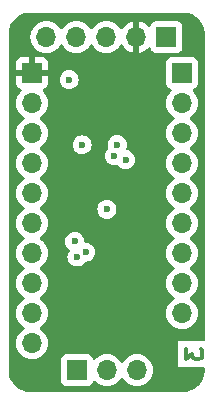
<source format=gbr>
%TF.GenerationSoftware,KiCad,Pcbnew,8.0.6*%
%TF.CreationDate,2024-12-27T21:34:25-08:00*%
%TF.ProjectId,PIC32Flex,50494333-3246-46c6-9578-2e6b69636164,rev?*%
%TF.SameCoordinates,Original*%
%TF.FileFunction,Copper,L3,Inr*%
%TF.FilePolarity,Positive*%
%FSLAX46Y46*%
G04 Gerber Fmt 4.6, Leading zero omitted, Abs format (unit mm)*
G04 Created by KiCad (PCBNEW 8.0.6) date 2024-12-27 21:34:25*
%MOMM*%
%LPD*%
G01*
G04 APERTURE LIST*
%ADD10C,0.300000*%
%TA.AperFunction,NonConductor*%
%ADD11C,0.300000*%
%TD*%
%TA.AperFunction,ComponentPad*%
%ADD12R,1.700000X1.700000*%
%TD*%
%TA.AperFunction,ComponentPad*%
%ADD13O,1.700000X1.700000*%
%TD*%
%TA.AperFunction,ViaPad*%
%ADD14C,0.600000*%
%TD*%
G04 APERTURE END LIST*
D10*
D11*
X113053066Y-98371768D02*
X113053066Y-99238434D01*
X113053066Y-99238434D02*
X113586400Y-98771768D01*
X113586400Y-98771768D02*
X113586400Y-98971768D01*
X113586400Y-98971768D02*
X113653066Y-99105101D01*
X113653066Y-99105101D02*
X113719733Y-99171768D01*
X113719733Y-99171768D02*
X113853066Y-99238434D01*
X113853066Y-99238434D02*
X114186400Y-99238434D01*
X114186400Y-99238434D02*
X114319733Y-99171768D01*
X114319733Y-99171768D02*
X114386400Y-99105101D01*
X114386400Y-99105101D02*
X114453066Y-98971768D01*
X114453066Y-98971768D02*
X114453066Y-98571768D01*
X114453066Y-98571768D02*
X114386400Y-98438434D01*
X114386400Y-98438434D02*
X114319733Y-98371768D01*
D12*
%TO.N,/MCLR*%
%TO.C,J2*%
X111410000Y-71950000D03*
D13*
%TO.N,+3.3V*%
X108870000Y-71950000D03*
%TO.N,GND*%
X106330000Y-71950000D03*
%TO.N,/PGData*%
X103790000Y-71950000D03*
%TO.N,/PGClk*%
X101250000Y-71950000D03*
%TD*%
%TO.N,/RB8*%
%TO.C,J4*%
X100040000Y-97880000D03*
%TO.N,/RB5*%
X100040000Y-95340000D03*
%TO.N,/RA4*%
X100040000Y-92800000D03*
%TO.N,/RB4*%
X100040000Y-90260000D03*
%TO.N,/RA3*%
X100040000Y-87720000D03*
%TO.N,/RA2*%
X100040000Y-85180000D03*
%TO.N,/AN5{slash}RB3*%
X100040000Y-82640000D03*
%TO.N,/AN4{slash}RB2*%
X100040000Y-80100000D03*
%TO.N,GND*%
X100040000Y-77560000D03*
D12*
%TO.N,+3.3V*%
X100040000Y-75020000D03*
%TD*%
%TO.N,/AN1{slash}RA1*%
%TO.C,J3*%
X112740000Y-75020000D03*
D13*
%TO.N,/AN0{slash}RA0*%
X112740000Y-77560000D03*
%TO.N,/AN9{slash}RB15*%
X112740000Y-80100000D03*
%TO.N,/AN10{slash}RB14*%
X112740000Y-82640000D03*
%TO.N,/AN11{slash}RB13*%
X112740000Y-85180000D03*
%TO.N,/AN12{slash}RB12*%
X112740000Y-87720000D03*
%TO.N,/RB11*%
X112740000Y-90260000D03*
%TO.N,/RB10*%
X112740000Y-92800000D03*
%TO.N,/RB9*%
X112740000Y-95340000D03*
%TD*%
D12*
%TO.N,/TXD*%
%TO.C,J1*%
X103837600Y-100170800D03*
D13*
%TO.N,/RXD*%
X106377600Y-100170800D03*
%TO.N,GND*%
X108917600Y-100170800D03*
%TD*%
D14*
%TO.N,+3.3V*%
X102020000Y-89971471D03*
X104020000Y-78840000D03*
X110560000Y-82330000D03*
X107020000Y-78870000D03*
%TO.N,GND*%
X107255735Y-81065735D03*
X104280000Y-81090000D03*
X103170000Y-75570000D03*
X106373203Y-86545485D03*
%TO.N,/TXD*%
X103837600Y-90580000D03*
%TO.N,/RXD*%
X104560000Y-90180000D03*
%TO.N,/RB5*%
X103650000Y-89270000D03*
%TO.N,/AN0{slash}RA0*%
X107950000Y-82350000D03*
%TO.N,/AN1{slash}RA1*%
X106980000Y-82010000D03*
%TD*%
%TA.AperFunction,Conductor*%
%TO.N,+3.3V*%
G36*
X112853843Y-69898365D02*
G01*
X113076590Y-69912964D01*
X113092648Y-69915079D01*
X113278675Y-69952082D01*
X113307571Y-69957830D01*
X113323238Y-69962028D01*
X113476369Y-70014009D01*
X113530744Y-70032467D01*
X113545721Y-70038670D01*
X113736591Y-70132796D01*
X113742260Y-70135592D01*
X113756308Y-70143702D01*
X113938512Y-70265448D01*
X113951373Y-70275316D01*
X114056295Y-70367330D01*
X114116128Y-70419802D01*
X114127597Y-70431271D01*
X114237960Y-70557117D01*
X114272080Y-70596023D01*
X114281954Y-70608891D01*
X114403697Y-70791092D01*
X114411807Y-70805139D01*
X114508726Y-71001671D01*
X114514933Y-71016657D01*
X114585371Y-71224161D01*
X114589569Y-71239828D01*
X114632318Y-71454740D01*
X114634436Y-71470821D01*
X114649035Y-71693556D01*
X114649300Y-71701666D01*
X114649300Y-97592268D01*
X114629615Y-97659307D01*
X114576811Y-97705062D01*
X114525300Y-97716268D01*
X112395924Y-97716268D01*
X112395924Y-99895659D01*
X114525300Y-99895659D01*
X114592339Y-99915344D01*
X114638094Y-99968148D01*
X114649300Y-100019659D01*
X114649300Y-100193533D01*
X114649035Y-100201643D01*
X114634436Y-100424378D01*
X114632318Y-100440459D01*
X114589569Y-100655371D01*
X114585371Y-100671038D01*
X114514933Y-100878542D01*
X114508726Y-100893528D01*
X114411807Y-101090060D01*
X114403697Y-101104107D01*
X114281954Y-101286308D01*
X114272080Y-101299176D01*
X114127597Y-101463928D01*
X114116128Y-101475397D01*
X113951376Y-101619880D01*
X113938508Y-101629754D01*
X113756307Y-101751497D01*
X113742260Y-101759607D01*
X113545728Y-101856526D01*
X113530742Y-101862733D01*
X113323238Y-101933171D01*
X113307571Y-101937369D01*
X113092659Y-101980118D01*
X113076578Y-101982236D01*
X112853843Y-101996835D01*
X112845733Y-101997100D01*
X99853867Y-101997100D01*
X99845757Y-101996835D01*
X99623021Y-101982236D01*
X99606940Y-101980118D01*
X99392028Y-101937369D01*
X99376361Y-101933171D01*
X99168857Y-101862733D01*
X99153871Y-101856526D01*
X98957339Y-101759607D01*
X98943292Y-101751497D01*
X98761091Y-101629754D01*
X98748223Y-101619880D01*
X98583471Y-101475397D01*
X98572002Y-101463928D01*
X98467558Y-101344832D01*
X98427516Y-101299173D01*
X98417645Y-101286308D01*
X98402161Y-101263135D01*
X98295902Y-101104107D01*
X98287792Y-101090060D01*
X98264188Y-101042195D01*
X98190870Y-100893521D01*
X98184666Y-100878542D01*
X98114228Y-100671038D01*
X98110030Y-100655371D01*
X98098017Y-100594976D01*
X98067279Y-100440448D01*
X98065164Y-100424390D01*
X98050565Y-100201643D01*
X98050300Y-100193533D01*
X98050300Y-99272935D01*
X102487100Y-99272935D01*
X102487100Y-101068670D01*
X102487101Y-101068676D01*
X102493508Y-101128283D01*
X102543802Y-101263128D01*
X102543806Y-101263135D01*
X102630052Y-101378344D01*
X102630055Y-101378347D01*
X102745264Y-101464593D01*
X102745271Y-101464597D01*
X102880117Y-101514891D01*
X102880116Y-101514891D01*
X102887044Y-101515635D01*
X102939727Y-101521300D01*
X104735472Y-101521299D01*
X104795083Y-101514891D01*
X104929931Y-101464596D01*
X105045146Y-101378346D01*
X105131396Y-101263131D01*
X105180410Y-101131716D01*
X105222281Y-101075784D01*
X105287745Y-101051366D01*
X105356018Y-101066217D01*
X105384273Y-101087369D01*
X105506199Y-101209295D01*
X105602984Y-101277065D01*
X105699765Y-101344832D01*
X105699767Y-101344833D01*
X105699770Y-101344835D01*
X105913937Y-101444703D01*
X106142192Y-101505863D01*
X106318634Y-101521300D01*
X106377599Y-101526459D01*
X106377600Y-101526459D01*
X106377601Y-101526459D01*
X106436566Y-101521300D01*
X106613008Y-101505863D01*
X106841263Y-101444703D01*
X107055430Y-101344835D01*
X107249001Y-101209295D01*
X107416095Y-101042201D01*
X107546025Y-100856642D01*
X107600602Y-100813017D01*
X107670100Y-100805823D01*
X107732455Y-100837346D01*
X107749175Y-100856642D01*
X107879100Y-101042195D01*
X107879105Y-101042201D01*
X108046199Y-101209295D01*
X108142984Y-101277065D01*
X108239765Y-101344832D01*
X108239767Y-101344833D01*
X108239770Y-101344835D01*
X108453937Y-101444703D01*
X108682192Y-101505863D01*
X108858634Y-101521300D01*
X108917599Y-101526459D01*
X108917600Y-101526459D01*
X108917601Y-101526459D01*
X108976566Y-101521300D01*
X109153008Y-101505863D01*
X109381263Y-101444703D01*
X109595430Y-101344835D01*
X109789001Y-101209295D01*
X109956095Y-101042201D01*
X110091635Y-100848630D01*
X110191503Y-100634463D01*
X110252663Y-100406208D01*
X110273259Y-100170800D01*
X110272114Y-100157718D01*
X110269139Y-100123718D01*
X110252663Y-99935392D01*
X110191503Y-99707137D01*
X110091635Y-99492971D01*
X110086025Y-99484958D01*
X109956094Y-99299397D01*
X109789002Y-99132306D01*
X109788995Y-99132301D01*
X109595434Y-98996767D01*
X109595430Y-98996765D01*
X109595428Y-98996764D01*
X109381263Y-98896897D01*
X109381259Y-98896896D01*
X109381255Y-98896894D01*
X109153013Y-98835738D01*
X109153003Y-98835736D01*
X108917601Y-98815141D01*
X108917599Y-98815141D01*
X108682196Y-98835736D01*
X108682186Y-98835738D01*
X108453944Y-98896894D01*
X108453935Y-98896898D01*
X108239771Y-98996764D01*
X108239769Y-98996765D01*
X108046197Y-99132305D01*
X107879105Y-99299397D01*
X107749175Y-99484958D01*
X107694598Y-99528583D01*
X107625100Y-99535777D01*
X107562745Y-99504254D01*
X107546025Y-99484958D01*
X107416094Y-99299397D01*
X107249002Y-99132306D01*
X107248995Y-99132301D01*
X107055434Y-98996767D01*
X107055430Y-98996765D01*
X107055428Y-98996764D01*
X106841263Y-98896897D01*
X106841259Y-98896896D01*
X106841255Y-98896894D01*
X106613013Y-98835738D01*
X106613003Y-98835736D01*
X106377601Y-98815141D01*
X106377599Y-98815141D01*
X106142196Y-98835736D01*
X106142186Y-98835738D01*
X105913944Y-98896894D01*
X105913935Y-98896898D01*
X105699771Y-98996764D01*
X105699769Y-98996765D01*
X105506200Y-99132303D01*
X105384273Y-99254230D01*
X105322950Y-99287714D01*
X105253258Y-99282730D01*
X105197325Y-99240858D01*
X105180410Y-99209881D01*
X105131397Y-99078471D01*
X105131393Y-99078464D01*
X105045147Y-98963255D01*
X105045144Y-98963252D01*
X104929935Y-98877006D01*
X104929928Y-98877002D01*
X104795082Y-98826708D01*
X104795083Y-98826708D01*
X104735483Y-98820301D01*
X104735481Y-98820300D01*
X104735473Y-98820300D01*
X104735464Y-98820300D01*
X102939729Y-98820300D01*
X102939723Y-98820301D01*
X102880116Y-98826708D01*
X102745271Y-98877002D01*
X102745264Y-98877006D01*
X102630055Y-98963252D01*
X102630052Y-98963255D01*
X102543806Y-99078464D01*
X102543802Y-99078471D01*
X102493508Y-99213317D01*
X102487101Y-99272916D01*
X102487100Y-99272935D01*
X98050300Y-99272935D01*
X98050300Y-77559999D01*
X98684341Y-77559999D01*
X98684341Y-77560000D01*
X98704936Y-77795403D01*
X98704938Y-77795413D01*
X98766094Y-78023655D01*
X98766096Y-78023659D01*
X98766097Y-78023663D01*
X98865965Y-78237830D01*
X98865967Y-78237834D01*
X99001501Y-78431395D01*
X99001506Y-78431402D01*
X99168597Y-78598493D01*
X99168603Y-78598498D01*
X99354158Y-78728425D01*
X99397783Y-78783002D01*
X99404977Y-78852500D01*
X99373454Y-78914855D01*
X99354158Y-78931575D01*
X99168597Y-79061505D01*
X99001505Y-79228597D01*
X98865965Y-79422169D01*
X98865964Y-79422171D01*
X98766098Y-79636335D01*
X98766094Y-79636344D01*
X98704938Y-79864586D01*
X98704936Y-79864596D01*
X98684341Y-80099999D01*
X98684341Y-80100000D01*
X98704936Y-80335403D01*
X98704938Y-80335413D01*
X98766094Y-80563655D01*
X98766096Y-80563659D01*
X98766097Y-80563663D01*
X98865965Y-80777830D01*
X98865967Y-80777834D01*
X99001501Y-80971395D01*
X99001506Y-80971402D01*
X99168597Y-81138493D01*
X99168603Y-81138498D01*
X99354158Y-81268425D01*
X99397783Y-81323002D01*
X99404977Y-81392500D01*
X99373454Y-81454855D01*
X99354158Y-81471575D01*
X99168597Y-81601505D01*
X99001505Y-81768597D01*
X98865965Y-81962169D01*
X98865964Y-81962171D01*
X98766098Y-82176335D01*
X98766094Y-82176344D01*
X98704938Y-82404586D01*
X98704936Y-82404596D01*
X98684341Y-82639999D01*
X98684341Y-82640000D01*
X98704936Y-82875403D01*
X98704938Y-82875413D01*
X98766094Y-83103655D01*
X98766096Y-83103659D01*
X98766097Y-83103663D01*
X98865965Y-83317830D01*
X98865967Y-83317834D01*
X99001501Y-83511395D01*
X99001506Y-83511402D01*
X99168597Y-83678493D01*
X99168603Y-83678498D01*
X99354158Y-83808425D01*
X99397783Y-83863002D01*
X99404977Y-83932500D01*
X99373454Y-83994855D01*
X99354158Y-84011575D01*
X99168597Y-84141505D01*
X99001505Y-84308597D01*
X98865965Y-84502169D01*
X98865964Y-84502171D01*
X98766098Y-84716335D01*
X98766094Y-84716344D01*
X98704938Y-84944586D01*
X98704936Y-84944596D01*
X98684341Y-85179999D01*
X98684341Y-85180000D01*
X98704936Y-85415403D01*
X98704938Y-85415413D01*
X98766094Y-85643655D01*
X98766096Y-85643659D01*
X98766097Y-85643663D01*
X98810983Y-85739920D01*
X98865965Y-85857830D01*
X98865967Y-85857834D01*
X99001501Y-86051395D01*
X99001506Y-86051402D01*
X99168597Y-86218493D01*
X99168603Y-86218498D01*
X99354158Y-86348425D01*
X99397783Y-86403002D01*
X99404977Y-86472500D01*
X99373454Y-86534855D01*
X99354158Y-86551575D01*
X99168597Y-86681505D01*
X99001505Y-86848597D01*
X98865965Y-87042169D01*
X98865964Y-87042171D01*
X98766098Y-87256335D01*
X98766094Y-87256344D01*
X98704938Y-87484586D01*
X98704936Y-87484596D01*
X98684341Y-87719999D01*
X98684341Y-87720000D01*
X98704936Y-87955403D01*
X98704938Y-87955413D01*
X98766094Y-88183655D01*
X98766096Y-88183659D01*
X98766097Y-88183663D01*
X98865965Y-88397830D01*
X98865967Y-88397834D01*
X99001501Y-88591395D01*
X99001506Y-88591402D01*
X99168597Y-88758493D01*
X99168603Y-88758498D01*
X99354158Y-88888425D01*
X99397783Y-88943002D01*
X99404977Y-89012500D01*
X99373454Y-89074855D01*
X99354158Y-89091575D01*
X99168597Y-89221505D01*
X99001505Y-89388597D01*
X98865965Y-89582169D01*
X98865964Y-89582171D01*
X98766098Y-89796335D01*
X98766094Y-89796344D01*
X98704938Y-90024586D01*
X98704936Y-90024596D01*
X98684341Y-90259999D01*
X98684341Y-90260000D01*
X98704936Y-90495403D01*
X98704938Y-90495413D01*
X98766094Y-90723655D01*
X98766096Y-90723659D01*
X98766097Y-90723663D01*
X98806271Y-90809816D01*
X98865965Y-90937830D01*
X98865967Y-90937834D01*
X99001501Y-91131395D01*
X99001506Y-91131402D01*
X99168597Y-91298493D01*
X99168603Y-91298498D01*
X99354158Y-91428425D01*
X99397783Y-91483002D01*
X99404977Y-91552500D01*
X99373454Y-91614855D01*
X99354158Y-91631575D01*
X99168597Y-91761505D01*
X99001505Y-91928597D01*
X98865965Y-92122169D01*
X98865964Y-92122171D01*
X98766098Y-92336335D01*
X98766094Y-92336344D01*
X98704938Y-92564586D01*
X98704936Y-92564596D01*
X98684341Y-92799999D01*
X98684341Y-92800000D01*
X98704936Y-93035403D01*
X98704938Y-93035413D01*
X98766094Y-93263655D01*
X98766096Y-93263659D01*
X98766097Y-93263663D01*
X98865965Y-93477830D01*
X98865967Y-93477834D01*
X99001501Y-93671395D01*
X99001506Y-93671402D01*
X99168597Y-93838493D01*
X99168603Y-93838498D01*
X99354158Y-93968425D01*
X99397783Y-94023002D01*
X99404977Y-94092500D01*
X99373454Y-94154855D01*
X99354158Y-94171575D01*
X99168597Y-94301505D01*
X99001505Y-94468597D01*
X98865965Y-94662169D01*
X98865964Y-94662171D01*
X98766098Y-94876335D01*
X98766094Y-94876344D01*
X98704938Y-95104586D01*
X98704936Y-95104596D01*
X98684341Y-95339999D01*
X98684341Y-95340000D01*
X98704936Y-95575403D01*
X98704938Y-95575413D01*
X98766094Y-95803655D01*
X98766096Y-95803659D01*
X98766097Y-95803663D01*
X98865965Y-96017830D01*
X98865967Y-96017834D01*
X99001501Y-96211395D01*
X99001506Y-96211402D01*
X99168597Y-96378493D01*
X99168603Y-96378498D01*
X99354158Y-96508425D01*
X99397783Y-96563002D01*
X99404977Y-96632500D01*
X99373454Y-96694855D01*
X99354158Y-96711575D01*
X99168597Y-96841505D01*
X99001505Y-97008597D01*
X98865965Y-97202169D01*
X98865964Y-97202171D01*
X98766098Y-97416335D01*
X98766094Y-97416344D01*
X98704938Y-97644586D01*
X98704936Y-97644596D01*
X98684341Y-97879999D01*
X98684341Y-97880000D01*
X98704936Y-98115403D01*
X98704938Y-98115413D01*
X98766094Y-98343655D01*
X98766096Y-98343659D01*
X98766097Y-98343663D01*
X98865965Y-98557830D01*
X98865967Y-98557834D01*
X98974281Y-98712521D01*
X99001505Y-98751401D01*
X99168599Y-98918495D01*
X99232523Y-98963255D01*
X99362165Y-99054032D01*
X99362167Y-99054033D01*
X99362170Y-99054035D01*
X99576337Y-99153903D01*
X99804592Y-99215063D01*
X99992918Y-99231539D01*
X100039999Y-99235659D01*
X100040000Y-99235659D01*
X100040001Y-99235659D01*
X100079234Y-99232226D01*
X100275408Y-99215063D01*
X100503663Y-99153903D01*
X100717830Y-99054035D01*
X100911401Y-98918495D01*
X101078495Y-98751401D01*
X101214035Y-98557830D01*
X101313903Y-98343663D01*
X101375063Y-98115408D01*
X101395659Y-97880000D01*
X101375063Y-97644592D01*
X101313903Y-97416337D01*
X101214035Y-97202171D01*
X101078495Y-97008599D01*
X101078494Y-97008597D01*
X100911402Y-96841506D01*
X100911396Y-96841501D01*
X100725842Y-96711575D01*
X100682217Y-96656998D01*
X100675023Y-96587500D01*
X100706546Y-96525145D01*
X100725842Y-96508425D01*
X100748026Y-96492891D01*
X100911401Y-96378495D01*
X101078495Y-96211401D01*
X101214035Y-96017830D01*
X101313903Y-95803663D01*
X101375063Y-95575408D01*
X101395659Y-95340000D01*
X101375063Y-95104592D01*
X101313903Y-94876337D01*
X101214035Y-94662171D01*
X101078495Y-94468599D01*
X101078494Y-94468597D01*
X100911402Y-94301506D01*
X100911396Y-94301501D01*
X100725842Y-94171575D01*
X100682217Y-94116998D01*
X100675023Y-94047500D01*
X100706546Y-93985145D01*
X100725842Y-93968425D01*
X100748026Y-93952891D01*
X100911401Y-93838495D01*
X101078495Y-93671401D01*
X101214035Y-93477830D01*
X101313903Y-93263663D01*
X101375063Y-93035408D01*
X101395659Y-92800000D01*
X101375063Y-92564592D01*
X101313903Y-92336337D01*
X101214035Y-92122171D01*
X101078495Y-91928599D01*
X101078494Y-91928597D01*
X100911402Y-91761506D01*
X100911396Y-91761501D01*
X100725842Y-91631575D01*
X100682217Y-91576998D01*
X100675023Y-91507500D01*
X100706546Y-91445145D01*
X100725842Y-91428425D01*
X100815895Y-91365369D01*
X100911401Y-91298495D01*
X101078495Y-91131401D01*
X101214035Y-90937830D01*
X101313903Y-90723663D01*
X101375063Y-90495408D01*
X101395659Y-90260000D01*
X101375063Y-90024592D01*
X101313903Y-89796337D01*
X101214035Y-89582171D01*
X101120963Y-89449249D01*
X101078494Y-89388597D01*
X100959892Y-89269996D01*
X102844435Y-89269996D01*
X102844435Y-89270003D01*
X102864630Y-89449249D01*
X102864631Y-89449254D01*
X102924211Y-89619523D01*
X103020184Y-89772262D01*
X103147737Y-89899815D01*
X103147740Y-89899817D01*
X103165943Y-89911255D01*
X103212235Y-89963589D01*
X103222884Y-90032642D01*
X103204966Y-90082221D01*
X103111811Y-90230476D01*
X103052231Y-90400745D01*
X103052230Y-90400750D01*
X103032035Y-90579996D01*
X103032035Y-90580003D01*
X103052230Y-90759249D01*
X103052231Y-90759254D01*
X103111811Y-90929523D01*
X103147025Y-90985565D01*
X103207784Y-91082262D01*
X103335338Y-91209816D01*
X103425680Y-91266582D01*
X103476469Y-91298495D01*
X103488078Y-91305789D01*
X103658345Y-91365368D01*
X103658350Y-91365369D01*
X103837596Y-91385565D01*
X103837600Y-91385565D01*
X103837604Y-91385565D01*
X104016849Y-91365369D01*
X104016852Y-91365368D01*
X104016855Y-91365368D01*
X104187122Y-91305789D01*
X104339862Y-91209816D01*
X104467416Y-91082262D01*
X104493979Y-91039985D01*
X104546310Y-90993696D01*
X104585087Y-90982738D01*
X104639136Y-90976648D01*
X104739249Y-90965369D01*
X104739252Y-90965368D01*
X104739255Y-90965368D01*
X104909522Y-90905789D01*
X105062262Y-90809816D01*
X105189816Y-90682262D01*
X105285789Y-90529522D01*
X105345368Y-90359255D01*
X105345369Y-90359249D01*
X105365565Y-90180003D01*
X105365565Y-90179996D01*
X105345369Y-90000750D01*
X105345368Y-90000745D01*
X105342183Y-89991642D01*
X105285789Y-89830478D01*
X105189816Y-89677738D01*
X105062262Y-89550184D01*
X104909523Y-89454211D01*
X104739254Y-89394631D01*
X104739250Y-89394630D01*
X104564404Y-89374930D01*
X104499990Y-89347863D01*
X104460435Y-89290268D01*
X104455068Y-89265593D01*
X104450100Y-89221501D01*
X104435369Y-89090750D01*
X104435369Y-89090749D01*
X104435368Y-89090745D01*
X104400116Y-88990000D01*
X104375789Y-88920478D01*
X104279816Y-88767738D01*
X104152262Y-88640184D01*
X104074626Y-88591402D01*
X103999523Y-88544211D01*
X103829254Y-88484631D01*
X103829249Y-88484630D01*
X103650004Y-88464435D01*
X103649996Y-88464435D01*
X103470750Y-88484630D01*
X103470745Y-88484631D01*
X103300476Y-88544211D01*
X103147737Y-88640184D01*
X103020184Y-88767737D01*
X102924211Y-88920476D01*
X102864631Y-89090745D01*
X102864630Y-89090750D01*
X102844435Y-89269996D01*
X100959892Y-89269996D01*
X100911402Y-89221506D01*
X100911396Y-89221501D01*
X100725842Y-89091575D01*
X100682217Y-89036998D01*
X100675023Y-88967500D01*
X100706546Y-88905145D01*
X100725842Y-88888425D01*
X100748026Y-88872891D01*
X100911401Y-88758495D01*
X101078495Y-88591401D01*
X101214035Y-88397830D01*
X101313903Y-88183663D01*
X101375063Y-87955408D01*
X101395659Y-87720000D01*
X101375063Y-87484592D01*
X101313903Y-87256337D01*
X101214035Y-87042171D01*
X101078495Y-86848599D01*
X101078494Y-86848597D01*
X100911402Y-86681506D01*
X100911396Y-86681501D01*
X100725842Y-86551575D01*
X100720971Y-86545481D01*
X105567638Y-86545481D01*
X105567638Y-86545488D01*
X105587833Y-86724734D01*
X105587834Y-86724739D01*
X105647414Y-86895008D01*
X105739882Y-87042169D01*
X105743387Y-87047747D01*
X105870941Y-87175301D01*
X105961283Y-87232067D01*
X105999905Y-87256335D01*
X106023681Y-87271274D01*
X106193948Y-87330853D01*
X106193953Y-87330854D01*
X106373199Y-87351050D01*
X106373203Y-87351050D01*
X106373207Y-87351050D01*
X106552452Y-87330854D01*
X106552455Y-87330853D01*
X106552458Y-87330853D01*
X106722725Y-87271274D01*
X106875465Y-87175301D01*
X107003019Y-87047747D01*
X107098992Y-86895007D01*
X107158571Y-86724740D01*
X107158572Y-86724734D01*
X107178768Y-86545488D01*
X107178768Y-86545481D01*
X107158572Y-86366235D01*
X107158571Y-86366230D01*
X107106876Y-86218495D01*
X107098992Y-86195963D01*
X107003019Y-86043223D01*
X106875465Y-85915669D01*
X106722726Y-85819696D01*
X106552457Y-85760116D01*
X106552452Y-85760115D01*
X106373207Y-85739920D01*
X106373199Y-85739920D01*
X106193953Y-85760115D01*
X106193948Y-85760116D01*
X106023679Y-85819696D01*
X105870940Y-85915669D01*
X105743387Y-86043222D01*
X105647414Y-86195961D01*
X105587834Y-86366230D01*
X105587833Y-86366235D01*
X105567638Y-86545481D01*
X100720971Y-86545481D01*
X100682217Y-86496998D01*
X100675023Y-86427500D01*
X100706546Y-86365145D01*
X100725842Y-86348425D01*
X100748026Y-86332891D01*
X100911401Y-86218495D01*
X101078495Y-86051401D01*
X101214035Y-85857830D01*
X101313903Y-85643663D01*
X101375063Y-85415408D01*
X101395659Y-85180000D01*
X101375063Y-84944592D01*
X101313903Y-84716337D01*
X101214035Y-84502171D01*
X101078495Y-84308599D01*
X101078494Y-84308597D01*
X100911402Y-84141506D01*
X100911396Y-84141501D01*
X100725842Y-84011575D01*
X100682217Y-83956998D01*
X100675023Y-83887500D01*
X100706546Y-83825145D01*
X100725842Y-83808425D01*
X100748026Y-83792891D01*
X100911401Y-83678495D01*
X101078495Y-83511401D01*
X101214035Y-83317830D01*
X101313903Y-83103663D01*
X101375063Y-82875408D01*
X101395659Y-82640000D01*
X101375063Y-82404592D01*
X101313903Y-82176337D01*
X101236336Y-82009996D01*
X106174435Y-82009996D01*
X106174435Y-82010003D01*
X106194630Y-82189249D01*
X106194631Y-82189254D01*
X106254211Y-82359523D01*
X106350184Y-82512262D01*
X106477738Y-82639816D01*
X106630478Y-82735789D01*
X106800745Y-82795368D01*
X106800750Y-82795369D01*
X106979996Y-82815565D01*
X106980000Y-82815565D01*
X106980004Y-82815565D01*
X107159247Y-82795369D01*
X107159247Y-82795368D01*
X107159255Y-82795368D01*
X107168532Y-82792121D01*
X107238305Y-82788556D01*
X107298935Y-82823281D01*
X107314482Y-82843187D01*
X107320184Y-82852262D01*
X107447738Y-82979816D01*
X107600478Y-83075789D01*
X107770745Y-83135368D01*
X107770750Y-83135369D01*
X107949996Y-83155565D01*
X107950000Y-83155565D01*
X107950004Y-83155565D01*
X108129249Y-83135369D01*
X108129252Y-83135368D01*
X108129255Y-83135368D01*
X108299522Y-83075789D01*
X108452262Y-82979816D01*
X108579816Y-82852262D01*
X108675789Y-82699522D01*
X108735368Y-82529255D01*
X108755565Y-82350000D01*
X108737453Y-82189254D01*
X108735369Y-82170750D01*
X108735368Y-82170745D01*
X108675788Y-82000476D01*
X108609868Y-81895565D01*
X108579816Y-81847738D01*
X108452262Y-81720184D01*
X108357241Y-81660478D01*
X108299523Y-81624211D01*
X108129254Y-81564631D01*
X108129250Y-81564630D01*
X108091355Y-81560361D01*
X108026941Y-81533294D01*
X107987386Y-81475699D01*
X107985249Y-81405862D01*
X107988198Y-81396186D01*
X108041101Y-81244997D01*
X108041104Y-81244984D01*
X108061300Y-81065738D01*
X108061300Y-81065731D01*
X108041104Y-80886485D01*
X108041103Y-80886480D01*
X108003085Y-80777830D01*
X107981524Y-80716213D01*
X107885551Y-80563473D01*
X107757997Y-80435919D01*
X107605258Y-80339946D01*
X107434989Y-80280366D01*
X107434984Y-80280365D01*
X107255739Y-80260170D01*
X107255731Y-80260170D01*
X107076485Y-80280365D01*
X107076480Y-80280366D01*
X106906211Y-80339946D01*
X106753472Y-80435919D01*
X106625919Y-80563472D01*
X106529946Y-80716211D01*
X106470366Y-80886480D01*
X106470365Y-80886485D01*
X106450170Y-81065731D01*
X106450170Y-81065738D01*
X106470366Y-81244987D01*
X106481588Y-81277058D01*
X106485149Y-81346836D01*
X106452228Y-81405692D01*
X106350185Y-81507736D01*
X106350184Y-81507737D01*
X106254211Y-81660476D01*
X106194631Y-81830745D01*
X106194630Y-81830750D01*
X106174435Y-82009996D01*
X101236336Y-82009996D01*
X101214035Y-81962171D01*
X101167398Y-81895565D01*
X101078494Y-81768597D01*
X100911402Y-81601506D01*
X100911396Y-81601501D01*
X100725842Y-81471575D01*
X100682217Y-81416998D01*
X100675023Y-81347500D01*
X100706546Y-81285145D01*
X100725842Y-81268425D01*
X100748026Y-81252891D01*
X100911401Y-81138495D01*
X100959900Y-81089996D01*
X103474435Y-81089996D01*
X103474435Y-81090003D01*
X103494630Y-81269249D01*
X103494631Y-81269254D01*
X103554211Y-81439523D01*
X103597073Y-81507737D01*
X103650184Y-81592262D01*
X103777738Y-81719816D01*
X103930478Y-81815789D01*
X104021783Y-81847738D01*
X104100745Y-81875368D01*
X104100750Y-81875369D01*
X104279996Y-81895565D01*
X104280000Y-81895565D01*
X104280004Y-81895565D01*
X104459249Y-81875369D01*
X104459252Y-81875368D01*
X104459255Y-81875368D01*
X104629522Y-81815789D01*
X104782262Y-81719816D01*
X104909816Y-81592262D01*
X105005789Y-81439522D01*
X105065368Y-81269255D01*
X105065462Y-81268425D01*
X105085565Y-81090003D01*
X105085565Y-81089996D01*
X105065369Y-80910750D01*
X105065368Y-80910745D01*
X105005788Y-80740476D01*
X104909815Y-80587737D01*
X104782262Y-80460184D01*
X104629523Y-80364211D01*
X104459254Y-80304631D01*
X104459249Y-80304630D01*
X104280004Y-80284435D01*
X104279996Y-80284435D01*
X104100750Y-80304630D01*
X104100745Y-80304631D01*
X103930476Y-80364211D01*
X103777737Y-80460184D01*
X103650184Y-80587737D01*
X103554211Y-80740476D01*
X103494631Y-80910745D01*
X103494630Y-80910750D01*
X103474435Y-81089996D01*
X100959900Y-81089996D01*
X101078495Y-80971401D01*
X101214035Y-80777830D01*
X101313903Y-80563663D01*
X101375063Y-80335408D01*
X101395659Y-80100000D01*
X101375063Y-79864592D01*
X101313903Y-79636337D01*
X101214035Y-79422171D01*
X101078495Y-79228599D01*
X101078494Y-79228597D01*
X100911402Y-79061506D01*
X100911396Y-79061501D01*
X100725842Y-78931575D01*
X100682217Y-78876998D01*
X100675023Y-78807500D01*
X100706546Y-78745145D01*
X100725842Y-78728425D01*
X100748026Y-78712891D01*
X100911401Y-78598495D01*
X101078495Y-78431401D01*
X101214035Y-78237830D01*
X101313903Y-78023663D01*
X101375063Y-77795408D01*
X101395659Y-77560000D01*
X101395659Y-77559999D01*
X111384341Y-77559999D01*
X111384341Y-77560000D01*
X111404936Y-77795403D01*
X111404938Y-77795413D01*
X111466094Y-78023655D01*
X111466096Y-78023659D01*
X111466097Y-78023663D01*
X111565965Y-78237830D01*
X111565967Y-78237834D01*
X111701501Y-78431395D01*
X111701506Y-78431402D01*
X111868597Y-78598493D01*
X111868603Y-78598498D01*
X112054158Y-78728425D01*
X112097783Y-78783002D01*
X112104977Y-78852500D01*
X112073454Y-78914855D01*
X112054158Y-78931575D01*
X111868597Y-79061505D01*
X111701505Y-79228597D01*
X111565965Y-79422169D01*
X111565964Y-79422171D01*
X111466098Y-79636335D01*
X111466094Y-79636344D01*
X111404938Y-79864586D01*
X111404936Y-79864596D01*
X111384341Y-80099999D01*
X111384341Y-80100000D01*
X111404936Y-80335403D01*
X111404938Y-80335413D01*
X111466094Y-80563655D01*
X111466096Y-80563659D01*
X111466097Y-80563663D01*
X111565965Y-80777830D01*
X111565967Y-80777834D01*
X111701501Y-80971395D01*
X111701506Y-80971402D01*
X111868597Y-81138493D01*
X111868603Y-81138498D01*
X112054158Y-81268425D01*
X112097783Y-81323002D01*
X112104977Y-81392500D01*
X112073454Y-81454855D01*
X112054158Y-81471575D01*
X111868597Y-81601505D01*
X111701505Y-81768597D01*
X111565965Y-81962169D01*
X111565964Y-81962171D01*
X111466098Y-82176335D01*
X111466094Y-82176344D01*
X111404938Y-82404586D01*
X111404936Y-82404596D01*
X111384341Y-82639999D01*
X111384341Y-82640000D01*
X111404936Y-82875403D01*
X111404938Y-82875413D01*
X111466094Y-83103655D01*
X111466096Y-83103659D01*
X111466097Y-83103663D01*
X111565965Y-83317830D01*
X111565967Y-83317834D01*
X111701501Y-83511395D01*
X111701506Y-83511402D01*
X111868597Y-83678493D01*
X111868603Y-83678498D01*
X112054158Y-83808425D01*
X112097783Y-83863002D01*
X112104977Y-83932500D01*
X112073454Y-83994855D01*
X112054158Y-84011575D01*
X111868597Y-84141505D01*
X111701505Y-84308597D01*
X111565965Y-84502169D01*
X111565964Y-84502171D01*
X111466098Y-84716335D01*
X111466094Y-84716344D01*
X111404938Y-84944586D01*
X111404936Y-84944596D01*
X111384341Y-85179999D01*
X111384341Y-85180000D01*
X111404936Y-85415403D01*
X111404938Y-85415413D01*
X111466094Y-85643655D01*
X111466096Y-85643659D01*
X111466097Y-85643663D01*
X111510983Y-85739920D01*
X111565965Y-85857830D01*
X111565967Y-85857834D01*
X111701501Y-86051395D01*
X111701506Y-86051402D01*
X111868597Y-86218493D01*
X111868603Y-86218498D01*
X112054158Y-86348425D01*
X112097783Y-86403002D01*
X112104977Y-86472500D01*
X112073454Y-86534855D01*
X112054158Y-86551575D01*
X111868597Y-86681505D01*
X111701505Y-86848597D01*
X111565965Y-87042169D01*
X111565964Y-87042171D01*
X111466098Y-87256335D01*
X111466094Y-87256344D01*
X111404938Y-87484586D01*
X111404936Y-87484596D01*
X111384341Y-87719999D01*
X111384341Y-87720000D01*
X111404936Y-87955403D01*
X111404938Y-87955413D01*
X111466094Y-88183655D01*
X111466096Y-88183659D01*
X111466097Y-88183663D01*
X111565965Y-88397830D01*
X111565967Y-88397834D01*
X111701501Y-88591395D01*
X111701506Y-88591402D01*
X111868597Y-88758493D01*
X111868603Y-88758498D01*
X112054158Y-88888425D01*
X112097783Y-88943002D01*
X112104977Y-89012500D01*
X112073454Y-89074855D01*
X112054158Y-89091575D01*
X111868597Y-89221505D01*
X111701505Y-89388597D01*
X111565965Y-89582169D01*
X111565964Y-89582171D01*
X111466098Y-89796335D01*
X111466094Y-89796344D01*
X111404938Y-90024586D01*
X111404936Y-90024596D01*
X111384341Y-90259999D01*
X111384341Y-90260000D01*
X111404936Y-90495403D01*
X111404938Y-90495413D01*
X111466094Y-90723655D01*
X111466096Y-90723659D01*
X111466097Y-90723663D01*
X111506271Y-90809816D01*
X111565965Y-90937830D01*
X111565967Y-90937834D01*
X111701501Y-91131395D01*
X111701506Y-91131402D01*
X111868597Y-91298493D01*
X111868603Y-91298498D01*
X112054158Y-91428425D01*
X112097783Y-91483002D01*
X112104977Y-91552500D01*
X112073454Y-91614855D01*
X112054158Y-91631575D01*
X111868597Y-91761505D01*
X111701505Y-91928597D01*
X111565965Y-92122169D01*
X111565964Y-92122171D01*
X111466098Y-92336335D01*
X111466094Y-92336344D01*
X111404938Y-92564586D01*
X111404936Y-92564596D01*
X111384341Y-92799999D01*
X111384341Y-92800000D01*
X111404936Y-93035403D01*
X111404938Y-93035413D01*
X111466094Y-93263655D01*
X111466096Y-93263659D01*
X111466097Y-93263663D01*
X111565965Y-93477830D01*
X111565967Y-93477834D01*
X111701501Y-93671395D01*
X111701506Y-93671402D01*
X111868597Y-93838493D01*
X111868603Y-93838498D01*
X112054158Y-93968425D01*
X112097783Y-94023002D01*
X112104977Y-94092500D01*
X112073454Y-94154855D01*
X112054158Y-94171575D01*
X111868597Y-94301505D01*
X111701505Y-94468597D01*
X111565965Y-94662169D01*
X111565964Y-94662171D01*
X111466098Y-94876335D01*
X111466094Y-94876344D01*
X111404938Y-95104586D01*
X111404936Y-95104596D01*
X111384341Y-95339999D01*
X111384341Y-95340000D01*
X111404936Y-95575403D01*
X111404938Y-95575413D01*
X111466094Y-95803655D01*
X111466096Y-95803659D01*
X111466097Y-95803663D01*
X111565965Y-96017830D01*
X111565967Y-96017834D01*
X111674281Y-96172521D01*
X111701505Y-96211401D01*
X111868599Y-96378495D01*
X111965384Y-96446265D01*
X112062165Y-96514032D01*
X112062167Y-96514033D01*
X112062170Y-96514035D01*
X112276337Y-96613903D01*
X112504592Y-96675063D01*
X112692918Y-96691539D01*
X112739999Y-96695659D01*
X112740000Y-96695659D01*
X112740001Y-96695659D01*
X112779234Y-96692226D01*
X112975408Y-96675063D01*
X113203663Y-96613903D01*
X113417830Y-96514035D01*
X113611401Y-96378495D01*
X113778495Y-96211401D01*
X113914035Y-96017830D01*
X114013903Y-95803663D01*
X114075063Y-95575408D01*
X114095659Y-95340000D01*
X114075063Y-95104592D01*
X114013903Y-94876337D01*
X113914035Y-94662171D01*
X113778495Y-94468599D01*
X113778494Y-94468597D01*
X113611402Y-94301506D01*
X113611396Y-94301501D01*
X113425842Y-94171575D01*
X113382217Y-94116998D01*
X113375023Y-94047500D01*
X113406546Y-93985145D01*
X113425842Y-93968425D01*
X113448026Y-93952891D01*
X113611401Y-93838495D01*
X113778495Y-93671401D01*
X113914035Y-93477830D01*
X114013903Y-93263663D01*
X114075063Y-93035408D01*
X114095659Y-92800000D01*
X114075063Y-92564592D01*
X114013903Y-92336337D01*
X113914035Y-92122171D01*
X113778495Y-91928599D01*
X113778494Y-91928597D01*
X113611402Y-91761506D01*
X113611396Y-91761501D01*
X113425842Y-91631575D01*
X113382217Y-91576998D01*
X113375023Y-91507500D01*
X113406546Y-91445145D01*
X113425842Y-91428425D01*
X113515895Y-91365369D01*
X113611401Y-91298495D01*
X113778495Y-91131401D01*
X113914035Y-90937830D01*
X114013903Y-90723663D01*
X114075063Y-90495408D01*
X114095659Y-90260000D01*
X114075063Y-90024592D01*
X114013903Y-89796337D01*
X113914035Y-89582171D01*
X113820963Y-89449249D01*
X113778494Y-89388597D01*
X113611402Y-89221506D01*
X113611396Y-89221501D01*
X113425842Y-89091575D01*
X113382217Y-89036998D01*
X113375023Y-88967500D01*
X113406546Y-88905145D01*
X113425842Y-88888425D01*
X113448026Y-88872891D01*
X113611401Y-88758495D01*
X113778495Y-88591401D01*
X113914035Y-88397830D01*
X114013903Y-88183663D01*
X114075063Y-87955408D01*
X114095659Y-87720000D01*
X114075063Y-87484592D01*
X114013903Y-87256337D01*
X113914035Y-87042171D01*
X113778495Y-86848599D01*
X113778494Y-86848597D01*
X113611402Y-86681506D01*
X113611396Y-86681501D01*
X113425842Y-86551575D01*
X113382217Y-86496998D01*
X113375023Y-86427500D01*
X113406546Y-86365145D01*
X113425842Y-86348425D01*
X113448026Y-86332891D01*
X113611401Y-86218495D01*
X113778495Y-86051401D01*
X113914035Y-85857830D01*
X114013903Y-85643663D01*
X114075063Y-85415408D01*
X114095659Y-85180000D01*
X114075063Y-84944592D01*
X114013903Y-84716337D01*
X113914035Y-84502171D01*
X113778495Y-84308599D01*
X113778494Y-84308597D01*
X113611402Y-84141506D01*
X113611396Y-84141501D01*
X113425842Y-84011575D01*
X113382217Y-83956998D01*
X113375023Y-83887500D01*
X113406546Y-83825145D01*
X113425842Y-83808425D01*
X113448026Y-83792891D01*
X113611401Y-83678495D01*
X113778495Y-83511401D01*
X113914035Y-83317830D01*
X114013903Y-83103663D01*
X114075063Y-82875408D01*
X114095659Y-82640000D01*
X114075063Y-82404592D01*
X114013903Y-82176337D01*
X113914035Y-81962171D01*
X113867398Y-81895565D01*
X113778494Y-81768597D01*
X113611402Y-81601506D01*
X113611396Y-81601501D01*
X113425842Y-81471575D01*
X113382217Y-81416998D01*
X113375023Y-81347500D01*
X113406546Y-81285145D01*
X113425842Y-81268425D01*
X113448026Y-81252891D01*
X113611401Y-81138495D01*
X113778495Y-80971401D01*
X113914035Y-80777830D01*
X114013903Y-80563663D01*
X114075063Y-80335408D01*
X114095659Y-80100000D01*
X114075063Y-79864592D01*
X114013903Y-79636337D01*
X113914035Y-79422171D01*
X113778495Y-79228599D01*
X113778494Y-79228597D01*
X113611402Y-79061506D01*
X113611396Y-79061501D01*
X113425842Y-78931575D01*
X113382217Y-78876998D01*
X113375023Y-78807500D01*
X113406546Y-78745145D01*
X113425842Y-78728425D01*
X113448026Y-78712891D01*
X113611401Y-78598495D01*
X113778495Y-78431401D01*
X113914035Y-78237830D01*
X114013903Y-78023663D01*
X114075063Y-77795408D01*
X114095659Y-77560000D01*
X114075063Y-77324592D01*
X114013903Y-77096337D01*
X113914035Y-76882171D01*
X113778495Y-76688599D01*
X113656567Y-76566671D01*
X113623084Y-76505351D01*
X113628068Y-76435659D01*
X113669939Y-76379725D01*
X113700915Y-76362810D01*
X113832331Y-76313796D01*
X113947546Y-76227546D01*
X114033796Y-76112331D01*
X114084091Y-75977483D01*
X114090500Y-75917873D01*
X114090499Y-74122128D01*
X114084091Y-74062517D01*
X114033884Y-73927906D01*
X114033797Y-73927671D01*
X114033793Y-73927664D01*
X113947547Y-73812455D01*
X113947544Y-73812452D01*
X113832335Y-73726206D01*
X113832328Y-73726202D01*
X113697482Y-73675908D01*
X113697483Y-73675908D01*
X113637883Y-73669501D01*
X113637881Y-73669500D01*
X113637873Y-73669500D01*
X113637864Y-73669500D01*
X111842129Y-73669500D01*
X111842123Y-73669501D01*
X111782516Y-73675908D01*
X111647671Y-73726202D01*
X111647664Y-73726206D01*
X111532455Y-73812452D01*
X111532452Y-73812455D01*
X111446206Y-73927664D01*
X111446202Y-73927671D01*
X111395908Y-74062517D01*
X111389501Y-74122116D01*
X111389501Y-74122123D01*
X111389500Y-74122135D01*
X111389500Y-75917870D01*
X111389501Y-75917876D01*
X111395908Y-75977483D01*
X111446202Y-76112328D01*
X111446206Y-76112335D01*
X111532452Y-76227544D01*
X111532455Y-76227547D01*
X111647664Y-76313793D01*
X111647671Y-76313797D01*
X111779081Y-76362810D01*
X111835015Y-76404681D01*
X111859432Y-76470145D01*
X111844580Y-76538418D01*
X111823430Y-76566673D01*
X111701503Y-76688600D01*
X111565965Y-76882169D01*
X111565964Y-76882171D01*
X111466098Y-77096335D01*
X111466094Y-77096344D01*
X111404938Y-77324586D01*
X111404936Y-77324596D01*
X111384341Y-77559999D01*
X101395659Y-77559999D01*
X101375063Y-77324592D01*
X101313903Y-77096337D01*
X101214035Y-76882171D01*
X101078495Y-76688599D01*
X100956179Y-76566283D01*
X100922696Y-76504963D01*
X100927680Y-76435271D01*
X100969551Y-76379337D01*
X101000529Y-76362422D01*
X101132086Y-76313354D01*
X101132093Y-76313350D01*
X101247187Y-76227190D01*
X101247190Y-76227187D01*
X101333350Y-76112093D01*
X101333354Y-76112086D01*
X101383596Y-75977379D01*
X101383598Y-75977372D01*
X101389999Y-75917844D01*
X101390000Y-75917827D01*
X101390000Y-75569996D01*
X102364435Y-75569996D01*
X102364435Y-75570003D01*
X102384630Y-75749249D01*
X102384631Y-75749254D01*
X102444211Y-75919523D01*
X102480630Y-75977483D01*
X102540184Y-76072262D01*
X102667738Y-76199816D01*
X102820478Y-76295789D01*
X102990745Y-76355368D01*
X102990750Y-76355369D01*
X103169996Y-76375565D01*
X103170000Y-76375565D01*
X103170004Y-76375565D01*
X103349249Y-76355369D01*
X103349252Y-76355368D01*
X103349255Y-76355368D01*
X103519522Y-76295789D01*
X103672262Y-76199816D01*
X103799816Y-76072262D01*
X103895789Y-75919522D01*
X103955368Y-75749255D01*
X103975565Y-75570000D01*
X103969931Y-75520000D01*
X103955369Y-75390750D01*
X103955368Y-75390745D01*
X103895788Y-75220476D01*
X103799815Y-75067737D01*
X103672262Y-74940184D01*
X103519523Y-74844211D01*
X103349254Y-74784631D01*
X103349249Y-74784630D01*
X103170004Y-74764435D01*
X103169996Y-74764435D01*
X102990750Y-74784630D01*
X102990745Y-74784631D01*
X102820476Y-74844211D01*
X102667737Y-74940184D01*
X102540184Y-75067737D01*
X102444211Y-75220476D01*
X102384631Y-75390745D01*
X102384630Y-75390750D01*
X102364435Y-75569996D01*
X101390000Y-75569996D01*
X101390000Y-75270000D01*
X100473012Y-75270000D01*
X100505925Y-75212993D01*
X100540000Y-75085826D01*
X100540000Y-74954174D01*
X100505925Y-74827007D01*
X100473012Y-74770000D01*
X101390000Y-74770000D01*
X101390000Y-74122172D01*
X101389999Y-74122155D01*
X101383598Y-74062627D01*
X101383596Y-74062620D01*
X101333354Y-73927913D01*
X101333350Y-73927906D01*
X101247190Y-73812812D01*
X101247187Y-73812809D01*
X101132093Y-73726649D01*
X101132086Y-73726645D01*
X100997379Y-73676403D01*
X100997372Y-73676401D01*
X100937844Y-73670000D01*
X100290000Y-73670000D01*
X100290000Y-74586988D01*
X100232993Y-74554075D01*
X100105826Y-74520000D01*
X99974174Y-74520000D01*
X99847007Y-74554075D01*
X99790000Y-74586988D01*
X99790000Y-73670000D01*
X99142155Y-73670000D01*
X99082627Y-73676401D01*
X99082620Y-73676403D01*
X98947913Y-73726645D01*
X98947906Y-73726649D01*
X98832812Y-73812809D01*
X98832809Y-73812812D01*
X98746649Y-73927906D01*
X98746645Y-73927913D01*
X98696403Y-74062620D01*
X98696401Y-74062627D01*
X98690000Y-74122155D01*
X98690000Y-74770000D01*
X99606988Y-74770000D01*
X99574075Y-74827007D01*
X99540000Y-74954174D01*
X99540000Y-75085826D01*
X99574075Y-75212993D01*
X99606988Y-75270000D01*
X98690000Y-75270000D01*
X98690000Y-75917844D01*
X98696401Y-75977372D01*
X98696403Y-75977379D01*
X98746645Y-76112086D01*
X98746649Y-76112093D01*
X98832809Y-76227187D01*
X98832812Y-76227190D01*
X98947906Y-76313350D01*
X98947913Y-76313354D01*
X99079470Y-76362421D01*
X99135403Y-76404292D01*
X99159821Y-76469756D01*
X99144970Y-76538029D01*
X99123819Y-76566284D01*
X99001503Y-76688600D01*
X98865965Y-76882169D01*
X98865964Y-76882171D01*
X98766098Y-77096335D01*
X98766094Y-77096344D01*
X98704938Y-77324586D01*
X98704936Y-77324596D01*
X98684341Y-77559999D01*
X98050300Y-77559999D01*
X98050300Y-71949999D01*
X99894341Y-71949999D01*
X99894341Y-71950000D01*
X99914936Y-72185403D01*
X99914938Y-72185413D01*
X99976094Y-72413655D01*
X99976096Y-72413659D01*
X99976097Y-72413663D01*
X100056004Y-72585023D01*
X100075965Y-72627830D01*
X100075967Y-72627834D01*
X100184281Y-72782521D01*
X100211505Y-72821401D01*
X100378599Y-72988495D01*
X100475384Y-73056265D01*
X100572165Y-73124032D01*
X100572167Y-73124033D01*
X100572170Y-73124035D01*
X100786337Y-73223903D01*
X101014592Y-73285063D01*
X101191034Y-73300500D01*
X101249999Y-73305659D01*
X101250000Y-73305659D01*
X101250001Y-73305659D01*
X101308966Y-73300500D01*
X101485408Y-73285063D01*
X101713663Y-73223903D01*
X101927830Y-73124035D01*
X102121401Y-72988495D01*
X102288495Y-72821401D01*
X102418425Y-72635842D01*
X102473002Y-72592217D01*
X102542500Y-72585023D01*
X102604855Y-72616546D01*
X102621575Y-72635842D01*
X102751500Y-72821395D01*
X102751505Y-72821401D01*
X102918599Y-72988495D01*
X103015384Y-73056265D01*
X103112165Y-73124032D01*
X103112167Y-73124033D01*
X103112170Y-73124035D01*
X103326337Y-73223903D01*
X103554592Y-73285063D01*
X103731034Y-73300500D01*
X103789999Y-73305659D01*
X103790000Y-73305659D01*
X103790001Y-73305659D01*
X103848966Y-73300500D01*
X104025408Y-73285063D01*
X104253663Y-73223903D01*
X104467830Y-73124035D01*
X104661401Y-72988495D01*
X104828495Y-72821401D01*
X104958425Y-72635842D01*
X105013002Y-72592217D01*
X105082500Y-72585023D01*
X105144855Y-72616546D01*
X105161575Y-72635842D01*
X105291500Y-72821395D01*
X105291505Y-72821401D01*
X105458599Y-72988495D01*
X105555384Y-73056265D01*
X105652165Y-73124032D01*
X105652167Y-73124033D01*
X105652170Y-73124035D01*
X105866337Y-73223903D01*
X106094592Y-73285063D01*
X106271034Y-73300500D01*
X106329999Y-73305659D01*
X106330000Y-73305659D01*
X106330001Y-73305659D01*
X106388966Y-73300500D01*
X106565408Y-73285063D01*
X106793663Y-73223903D01*
X107007830Y-73124035D01*
X107201401Y-72988495D01*
X107368495Y-72821401D01*
X107498730Y-72635405D01*
X107553307Y-72591781D01*
X107622805Y-72584587D01*
X107685160Y-72616110D01*
X107701879Y-72635405D01*
X107831890Y-72821078D01*
X107998917Y-72988105D01*
X108192421Y-73123600D01*
X108406507Y-73223429D01*
X108406516Y-73223433D01*
X108620000Y-73280634D01*
X108620000Y-72383012D01*
X108677007Y-72415925D01*
X108804174Y-72450000D01*
X108935826Y-72450000D01*
X109062993Y-72415925D01*
X109120000Y-72383012D01*
X109120000Y-73280633D01*
X109333483Y-73223433D01*
X109333492Y-73223429D01*
X109547578Y-73123600D01*
X109741078Y-72988108D01*
X109863133Y-72866053D01*
X109924456Y-72832568D01*
X109994148Y-72837552D01*
X110050082Y-72879423D01*
X110066997Y-72910401D01*
X110116202Y-73042328D01*
X110116206Y-73042335D01*
X110202452Y-73157544D01*
X110202455Y-73157547D01*
X110317664Y-73243793D01*
X110317671Y-73243797D01*
X110452517Y-73294091D01*
X110452516Y-73294091D01*
X110459444Y-73294835D01*
X110512127Y-73300500D01*
X112307872Y-73300499D01*
X112367483Y-73294091D01*
X112502331Y-73243796D01*
X112617546Y-73157546D01*
X112703796Y-73042331D01*
X112754091Y-72907483D01*
X112760500Y-72847873D01*
X112760499Y-71052128D01*
X112754091Y-70992517D01*
X112753002Y-70989598D01*
X112703797Y-70857671D01*
X112703793Y-70857664D01*
X112617547Y-70742455D01*
X112617544Y-70742452D01*
X112502335Y-70656206D01*
X112502328Y-70656202D01*
X112367482Y-70605908D01*
X112367483Y-70605908D01*
X112307883Y-70599501D01*
X112307881Y-70599500D01*
X112307873Y-70599500D01*
X112307864Y-70599500D01*
X110512129Y-70599500D01*
X110512123Y-70599501D01*
X110452516Y-70605908D01*
X110317671Y-70656202D01*
X110317664Y-70656206D01*
X110202455Y-70742452D01*
X110202452Y-70742455D01*
X110116206Y-70857664D01*
X110116202Y-70857671D01*
X110066997Y-70989598D01*
X110025126Y-71045532D01*
X109959661Y-71069949D01*
X109891388Y-71055097D01*
X109863134Y-71033946D01*
X109741082Y-70911894D01*
X109547578Y-70776399D01*
X109333492Y-70676570D01*
X109333486Y-70676567D01*
X109120000Y-70619364D01*
X109120000Y-71516988D01*
X109062993Y-71484075D01*
X108935826Y-71450000D01*
X108804174Y-71450000D01*
X108677007Y-71484075D01*
X108620000Y-71516988D01*
X108620000Y-70619364D01*
X108619999Y-70619364D01*
X108406513Y-70676567D01*
X108406507Y-70676570D01*
X108192422Y-70776399D01*
X108192420Y-70776400D01*
X107998926Y-70911886D01*
X107998920Y-70911891D01*
X107831891Y-71078920D01*
X107831890Y-71078922D01*
X107701880Y-71264595D01*
X107647303Y-71308219D01*
X107577804Y-71315412D01*
X107515450Y-71283890D01*
X107498730Y-71264594D01*
X107368494Y-71078597D01*
X107201402Y-70911506D01*
X107201395Y-70911501D01*
X107007834Y-70775967D01*
X107007830Y-70775965D01*
X107007828Y-70775964D01*
X106793663Y-70676097D01*
X106793659Y-70676096D01*
X106793655Y-70676094D01*
X106565413Y-70614938D01*
X106565403Y-70614936D01*
X106330001Y-70594341D01*
X106329999Y-70594341D01*
X106094596Y-70614936D01*
X106094586Y-70614938D01*
X105866344Y-70676094D01*
X105866335Y-70676098D01*
X105652171Y-70775964D01*
X105652169Y-70775965D01*
X105458597Y-70911505D01*
X105291505Y-71078597D01*
X105161575Y-71264158D01*
X105106998Y-71307783D01*
X105037500Y-71314977D01*
X104975145Y-71283454D01*
X104958425Y-71264158D01*
X104828494Y-71078597D01*
X104661402Y-70911506D01*
X104661395Y-70911501D01*
X104467834Y-70775967D01*
X104467830Y-70775965D01*
X104467828Y-70775964D01*
X104253663Y-70676097D01*
X104253659Y-70676096D01*
X104253655Y-70676094D01*
X104025413Y-70614938D01*
X104025403Y-70614936D01*
X103790001Y-70594341D01*
X103789999Y-70594341D01*
X103554596Y-70614936D01*
X103554586Y-70614938D01*
X103326344Y-70676094D01*
X103326335Y-70676098D01*
X103112171Y-70775964D01*
X103112169Y-70775965D01*
X102918597Y-70911505D01*
X102751505Y-71078597D01*
X102621575Y-71264158D01*
X102566998Y-71307783D01*
X102497500Y-71314977D01*
X102435145Y-71283454D01*
X102418425Y-71264158D01*
X102288494Y-71078597D01*
X102121402Y-70911506D01*
X102121395Y-70911501D01*
X101927834Y-70775967D01*
X101927830Y-70775965D01*
X101927828Y-70775964D01*
X101713663Y-70676097D01*
X101713659Y-70676096D01*
X101713655Y-70676094D01*
X101485413Y-70614938D01*
X101485403Y-70614936D01*
X101250001Y-70594341D01*
X101249999Y-70594341D01*
X101014596Y-70614936D01*
X101014586Y-70614938D01*
X100786344Y-70676094D01*
X100786335Y-70676098D01*
X100572171Y-70775964D01*
X100572169Y-70775965D01*
X100378597Y-70911505D01*
X100211505Y-71078597D01*
X100075965Y-71272169D01*
X100075964Y-71272171D01*
X99976098Y-71486335D01*
X99976094Y-71486344D01*
X99914938Y-71714586D01*
X99914936Y-71714596D01*
X99894341Y-71949999D01*
X98050300Y-71949999D01*
X98050300Y-71701666D01*
X98050565Y-71693556D01*
X98059024Y-71564494D01*
X98065164Y-71470807D01*
X98067279Y-71454753D01*
X98110030Y-71239826D01*
X98114228Y-71224161D01*
X98163640Y-71078599D01*
X98184668Y-71016649D01*
X98190867Y-71001683D01*
X98287795Y-70805133D01*
X98295898Y-70791098D01*
X98417653Y-70608879D01*
X98427510Y-70596033D01*
X98572007Y-70431265D01*
X98583465Y-70419807D01*
X98748233Y-70275310D01*
X98761079Y-70265453D01*
X98943298Y-70143698D01*
X98957333Y-70135595D01*
X99153883Y-70038667D01*
X99168849Y-70032468D01*
X99375745Y-69962237D01*
X99376361Y-69962028D01*
X99392028Y-69957830D01*
X99606953Y-69915079D01*
X99623009Y-69912964D01*
X99827858Y-69899538D01*
X99845758Y-69898365D01*
X99853867Y-69898100D01*
X99889682Y-69898100D01*
X112809918Y-69898100D01*
X112845733Y-69898100D01*
X112853843Y-69898365D01*
G37*
%TD.AperFunction*%
%TD*%
M02*

</source>
